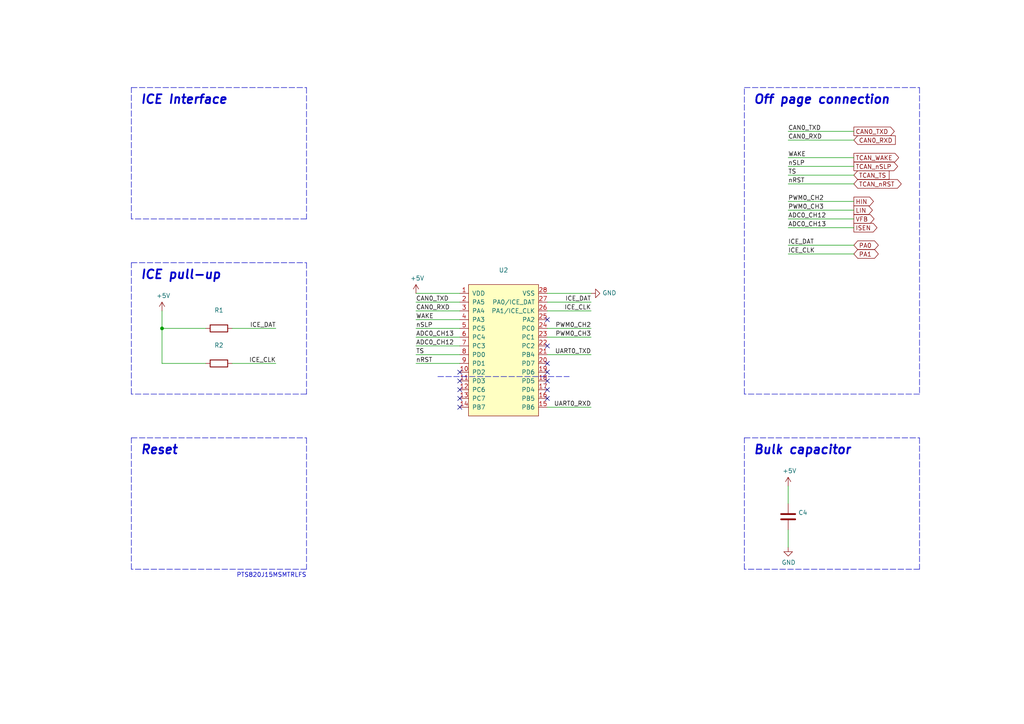
<source format=kicad_sch>
(kicad_sch (version 20211123) (generator eeschema)
  (paper "A4")
  (title_block (title "Multi purpose power converter module with CAN bus interface") (date "2022-09-07") (rev "0.1") (company "City Science Lab @ Taipei Tech /a cooperation with the MIT Media Lab") (comment 1 "DANCHOUZHOU") (comment 2 "https://github.com/danchouzhou") (comment 3 "danchouzhou@gmail.com"))
  (lib_symbols
    (symbol "Device:C" (pin_numbers hide) (pin_names (offset 0.254))
      (property "Reference" "C" (at 0.635 2.54 0))
      (property "Value" "C" (at 0.635 -2.54 0))
      (symbol "C_0_1"
        (polyline (pts (xy -2.032 -0.762) (xy 2.032 -0.762)) (stroke (width 0.508)))
        (polyline (pts (xy -2.032 0.762) (xy 2.032 0.762)) (stroke (width 0.508)))
      )
      (symbol "C_1_1"
        (pin passive line (at 0 3.81 270) (length 2.794) (name "~") (number "1"))
        (pin passive line (at 0 -3.81 90) (length 2.794) (name "~") (number "2"))
      )
    )
    (symbol "Device:R" (pin_numbers hide) (pin_names (offset 0))
      (property "Reference" "R" (at 2.032 0 90))
      (property "Value" "R" (at 0 0 90))
      (symbol "R_0_1"
        (rectangle (start -1.016 -2.54) (end 1.016 2.54) (stroke (width 0.254)))
      )
      (symbol "R_1_1"
        (pin passive line (at 0 3.81 270) (length 1.27) (name "~") (number "1"))
        (pin passive line (at 0 -3.81 90) (length 1.27) (name "~") (number "2"))
      )
    )
    (symbol "M0A21:M0A23EC1AC" (pin_names (offset 1.016))
      (property "Reference" "U" (at 0 22.86 0))
      (property "Value" "M0A23EC1AC" (at 0 20.32 0))
      (symbol "M0A23EC1AC_0_1"
        (rectangle (start -10.16 19.05) (end 10.16 -19.05) (fill (type background)))
      )
      (symbol "M0A23EC1AC_1_1"
        (pin power_in line (at -12.7 16.51 0) (length 2.54) (name "VDD") (number "1"))
        (pin bidirectional line (at -12.7 -6.35 0) (length 2.54) (name "PD2") (number "10"))
        (pin bidirectional line (at -12.7 -8.89 0) (length 2.54) (name "PD3") (number "11"))
        (pin bidirectional line (at -12.7 -11.43 0) (length 2.54) (name "PC6") (number "12"))
        (pin bidirectional line (at -12.7 -13.97 0) (length 2.54) (name "PC7") (number "13"))
        (pin bidirectional line (at -12.7 -16.51 0) (length 2.54) (name "PB7") (number "14"))
        (pin bidirectional line (at 12.7 -16.51 180) (length 2.54) (name "PB6") (number "15"))
        (pin bidirectional line (at 12.7 -13.97 180) (length 2.54) (name "PB5") (number "16"))
        (pin bidirectional line (at 12.7 -11.43 180) (length 2.54) (name "PD4") (number "17"))
        (pin bidirectional line (at 12.7 -8.89 180) (length 2.54) (name "PD5") (number "18"))
        (pin bidirectional line (at 12.7 -6.35 180) (length 2.54) (name "PD6") (number "19"))
        (pin bidirectional line (at -12.7 13.97 0) (length 2.54) (name "PA5") (number "2"))
        (pin bidirectional line (at 12.7 -3.81 180) (length 2.54) (name "PD7") (number "20"))
        (pin bidirectional line (at 12.7 -1.27 180) (length 2.54) (name "PB4") (number "21"))
        (pin bidirectional line (at 12.7 1.27 180) (length 2.54) (name "PC2") (number "22"))
        (pin bidirectional line (at 12.7 3.81 180) (length 2.54) (name "PC1") (number "23"))
        (pin bidirectional line (at 12.7 6.35 180) (length 2.54) (name "PC0") (number "24"))
        (pin bidirectional line (at 12.7 8.89 180) (length 2.54) (name "PA2") (number "25"))
        (pin bidirectional line (at 12.7 11.43 180) (length 2.54) (name "PA1/ICE_CLK") (number "26"))
        (pin bidirectional line (at 12.7 13.97 180) (length 2.54) (name "PA0/ICE_DAT") (number "27"))
        (pin power_in line (at 12.7 16.51 180) (length 2.54) (name "VSS") (number "28"))
        (pin bidirectional line (at -12.7 11.43 0) (length 2.54) (name "PA4") (number "3"))
        (pin bidirectional line (at -12.7 8.89 0) (length 2.54) (name "PA3") (number "4"))
        (pin bidirectional line (at -12.7 6.35 0) (length 2.54) (name "PC5") (number "5"))
        (pin bidirectional line (at -12.7 3.81 0) (length 2.54) (name "PC4") (number "6"))
        (pin bidirectional line (at -12.7 1.27 0) (length 2.54) (name "PC3") (number "7"))
        (pin bidirectional line (at -12.7 -1.27 0) (length 2.54) (name "PD0") (number "8"))
        (pin bidirectional line (at -12.7 -3.81 0) (length 2.54) (name "PD1") (number "9"))
      )
    )
    (symbol "power:+5V" (power) (pin_names (offset 0))
      (property "Value" "+5V" (at 0 3.556 0))
      (symbol "+5V_0_1"
        (polyline (pts (xy -0.762 1.27) (xy 0 2.54)))
        (polyline (pts (xy 0 0) (xy 0 2.54)))
        (polyline (pts (xy 0 2.54) (xy 0.762 1.27)))
      )
      (symbol "+5V_1_1"
        (pin power_in line (at 0 0 90) (length 0) hide (name "+5V") (number "1"))
      )
    )
    (symbol "power:GND" (power) (pin_names (offset 0))
      (property "Value" "GND" (at 0 -3.81 0))
      (symbol "GND_0_1"
        (polyline (pts (xy 0 0) (xy 0 -1.27) (xy 1.27 -1.27) (xy 0 -2.54) (xy -1.27 -1.27) (xy 0 -1.27)))
      )
      (symbol "GND_1_1"
        (pin power_in line (at 0 0 270) (length 0) hide (name "GND") (number "1"))
      )
    )
  )
  (junction (at 46.99 95.25))
  (no_connect (at 133.35 115.57))
  (no_connect (at 158.75 100.33))
  (no_connect (at 133.35 113.03))
  (no_connect (at 158.75 107.95))
  (no_connect (at 133.35 110.49))
  (no_connect (at 158.75 105.41))
  (no_connect (at 158.75 110.49))
  (no_connect (at 158.75 113.03))
  (no_connect (at 158.75 115.57))
  (no_connect (at 133.35 107.95))
  (no_connect (at 158.75 92.71))
  (no_connect (at 133.35 118.11))
  (wire (pts (xy 228.6 140.97) (xy 228.6 146.05)))
  (wire (pts (xy 171.45 90.17) (xy 158.75 90.17)))
  (polyline (pts (xy 266.7 127) (xy 266.7 165.1)))
  (polyline (pts (xy 266.7 25.4) (xy 266.7 114.3)))
  (wire (pts (xy 120.65 97.79) (xy 133.35 97.79)))
  (polyline (pts (xy 88.9 76.2) (xy 88.9 114.3)))
  (wire (pts (xy 120.65 102.87) (xy 133.35 102.87)))
  (wire (pts (xy 228.6 45.72) (xy 247.65 45.72)))
  (wire (pts (xy 171.45 95.25) (xy 158.75 95.25)))
  (polyline (pts (xy 266.7 165.1) (xy 215.9 165.1)))
  (wire (pts (xy 80.01 105.41) (xy 67.31 105.41)))
  (wire (pts (xy 120.65 90.17) (xy 133.35 90.17)))
  (polyline (pts (xy 215.9 114.3) (xy 215.9 25.4)))
  (wire (pts (xy 228.6 66.04) (xy 247.65 66.04)))
  (polyline (pts (xy 88.9 25.4) (xy 88.9 63.5)))
  (polyline (pts (xy 38.1 165.1) (xy 38.1 127)))
  (wire (pts (xy 46.99 95.25) (xy 46.99 105.41)))
  (polyline (pts (xy 38.1 127) (xy 88.9 127)))
  (wire (pts (xy 228.6 50.8) (xy 247.65 50.8)))
  (wire (pts (xy 228.6 40.64) (xy 247.65 40.64)))
  (polyline (pts (xy 88.9 127) (xy 88.9 165.1)))
  (polyline (pts (xy 266.7 114.3) (xy 215.9 114.3)))
  (wire (pts (xy 228.6 63.5) (xy 247.65 63.5)))
  (polyline (pts (xy 38.1 76.2) (xy 88.9 76.2)))
  (polyline (pts (xy 88.9 165.1) (xy 38.1 165.1)))
  (wire (pts (xy 80.01 95.25) (xy 67.31 95.25)))
  (polyline (pts (xy 38.1 63.5) (xy 38.1 25.4)))
  (wire (pts (xy 158.75 85.09) (xy 171.45 85.09)))
  (wire (pts (xy 228.6 158.75) (xy 228.6 153.67)))
  (wire (pts (xy 228.6 53.34) (xy 247.65 53.34)))
  (polyline (pts (xy 215.9 25.4) (xy 266.7 25.4)))
  (wire (pts (xy 158.75 118.11) (xy 171.45 118.11)))
  (wire (pts (xy 120.65 100.33) (xy 133.35 100.33)))
  (wire (pts (xy 120.65 87.63) (xy 133.35 87.63)))
  (wire (pts (xy 228.6 71.12) (xy 247.65 71.12)))
  (polyline (pts (xy 215.9 165.1) (xy 215.9 127)))
  (wire (pts (xy 228.6 38.1) (xy 247.65 38.1)))
  (wire (pts (xy 228.6 60.96) (xy 247.65 60.96)))
  (polyline (pts (xy 38.1 114.3) (xy 38.1 76.2)))
  (wire (pts (xy 46.99 105.41) (xy 59.69 105.41)))
  (wire (pts (xy 158.75 87.63) (xy 171.45 87.63)))
  (wire (pts (xy 120.65 85.09) (xy 133.35 85.09)))
  (wire (pts (xy 120.65 92.71) (xy 133.35 92.71)))
  (wire (pts (xy 171.45 97.79) (xy 158.75 97.79)))
  (wire (pts (xy 228.6 48.26) (xy 247.65 48.26)))
  (polyline (pts (xy 127 109.22) (xy 165.1 109.22)))
  (polyline (pts (xy 88.9 63.5) (xy 38.1 63.5)))
  (polyline (pts (xy 88.9 114.3) (xy 38.1 114.3)))
  (wire (pts (xy 228.6 73.66) (xy 247.65 73.66)))
  (wire (pts (xy 46.99 90.17) (xy 46.99 95.25)))
  (wire (pts (xy 120.65 95.25) (xy 133.35 95.25)))
  (wire (pts (xy 228.6 58.42) (xy 247.65 58.42)))
  (wire (pts (xy 120.65 105.41) (xy 133.35 105.41)))
  (polyline (pts (xy 215.9 127) (xy 266.7 127)))
  (wire (pts (xy 46.99 95.25) (xy 59.69 95.25)))
  (polyline (pts (xy 38.1 25.4) (xy 88.9 25.4)))
  (wire (pts (xy 158.75 102.87) (xy 171.45 102.87)))
  (text "Off page connection" (at 218.44 30.48 0) (effects (font (size 2.54 2.54) (thickness 0.508) bold italic) (justify left bottom)))
  (text "Reset" (at 40.64 132.08 0) (effects (font (size 2.54 2.54) (thickness 0.508) bold italic) (justify left bottom)))
  (text "PTS820J15MSMTRLFS" (at 68.58 167.64 0) (effects (font (size 1.27 1.27)) (justify left bottom)))
  (text "Bulk capacitor" (at 218.44 132.08 0) (effects (font (size 2.54 2.54) (thickness 0.508) bold italic) (justify left bottom)))
  (text "ICE pull-up" (at 40.64 81.28 0) (effects (font (size 2.54 2.54) (thickness 0.508) bold italic) (justify left bottom)))
  (text "ICE Interface" (at 40.64 30.48 0) (effects (font (size 2.54 2.54) (thickness 0.508) bold italic) (justify left bottom)))
  (label "ADC0_CH12" (at 120.65 100.33 0))
  (label "ADC0_CH13" (at 120.65 97.79 0))
  (label "CAN0_RXD" (at 228.6 40.64 0))
  (label "ICE_CLK" (at 80.01 105.41 180))
  (label "PWM0_CH3" (at 228.6 60.96 0))
  (label "nSLP" (at 120.65 95.25 0))
  (label "WAKE" (at 120.65 92.71 0))
  (label "ADC0_CH12" (at 228.6 63.5 0))
  (label "ICE_CLK" (at 228.6 73.66 0))
  (label "ADC0_CH13" (at 228.6 66.04 0))
  (label "ICE_CLK" (at 171.45 90.17 180))
  (label "PWM0_CH3" (at 171.45 97.79 180))
  (label "CAN0_RXD" (at 120.65 90.17 0))
  (label "TS" (at 120.65 102.87 0))
  (label "nRST" (at 120.65 105.41 0))
  (label "TS" (at 228.6 50.8 0))
  (label "UART0_RXD" (at 171.45 118.11 180))
  (label "CAN0_TXD" (at 120.65 87.63 0))
  (label "UART0_TXD" (at 171.45 102.87 180))
  (label "PWM0_CH2" (at 228.6 58.42 0))
  (label "nRST" (at 228.6 53.34 0))
  (label "ICE_DAT" (at 80.01 95.25 180))
  (label "PWM0_CH2" (at 171.45 95.25 180))
  (label "WAKE" (at 228.6 45.72 0))
  (label "ICE_DAT" (at 228.6 71.12 0))
  (label "ICE_DAT" (at 171.45 87.63 180))
  (label "nSLP" (at 228.6 48.26 0))
  (label "CAN0_TXD" (at 228.6 38.1 0))
  (global_label "LIN" (shape output) (at 247.65 60.96 0) (property "Intersheet References" "${INTERSHEET_REFS}" (effects hide)))
  (global_label "HIN" (shape output) (at 247.65 58.42 0) (property "Intersheet References" "${INTERSHEET_REFS}" (effects hide)))
  (global_label "ISEN" (shape output) (at 247.65 66.04 0) (property "Intersheet References" "${INTERSHEET_REFS}" (effects hide)))
  (global_label "CAN0_TXD" (shape output) (at 247.65 38.1 0) (property "Intersheet References" "${INTERSHEET_REFS}" (effects hide)))
  (global_label "TCAN_nRST" (shape bidirectional) (at 247.65 53.34 0) (property "Intersheet References" "${INTERSHEET_REFS}" (effects hide)))
  (global_label "PA1" (shape bidirectional) (at 247.65 73.66 0) (property "Intersheet References" "${INTERSHEET_REFS}" (effects hide)))
  (global_label "VFB" (shape output) (at 247.65 63.5 0) (property "Intersheet References" "${INTERSHEET_REFS}" (effects hide)))
  (global_label "TCAN_nSLP" (shape output) (at 247.65 48.26 0) (property "Intersheet References" "${INTERSHEET_REFS}" (effects hide)))
  (global_label "CAN0_RXD" (shape input) (at 247.65 40.64 0) (property "Intersheet References" "${INTERSHEET_REFS}" (effects hide)))
  (global_label "PA0" (shape bidirectional) (at 247.65 71.12 0) (property "Intersheet References" "${INTERSHEET_REFS}" (effects hide)))
  (global_label "TCAN_TS" (shape input) (at 247.65 50.8 0) (property "Intersheet References" "${INTERSHEET_REFS}" (effects hide)))
  (global_label "TCAN_WAKE" (shape output) (at 247.65 45.72 0) (property "Intersheet References" "${INTERSHEET_REFS}" (effects hide)))
  (symbol (lib_id "M0A21:M0A23EC1AC") (at 146.05 101.6 0) (unit 1)
    (property "Reference" "U2" (at 146.05 78.359 0))
    (property "Manufacturer" "Nuvoton" (effects hide))
    (property "PN" "M0A23EC1AC" (effects hide))
    (property "Vendor" "TECHDesign" (effects hide))
  )
  (symbol (lib_id "power:GND") (at 171.45 85.09 90) (unit 1)
    (property "Reference" "#PWR015" (effects hide))
  )
  (symbol (lib_id "power:+5V") (at 120.65 85.09 0) (unit 1)
    (property "Reference" "#PWR014" (effects hide))
  )
  (symbol (lib_id "Device:C") (at 228.6 149.86 0) (unit 1)
    (property "Reference" "C4" (at 231.521 148.6916 0) (effects (justify left)))
    (property "Manufacturer" "Yageo" (effects hide))
    (property "PN" "CC0603KRX7R7BB104" (effects hide))
    (property "Vendor" "Mouser" (effects hide))
  )
  (symbol (lib_id "power:+5V") (at 228.6 140.97 0) (unit 1)
    (property "Reference" "#PWR016" (effects hide))
  )
  (symbol (lib_id "power:GND") (at 228.6 158.75 0) (unit 1)
    (property "Reference" "#PWR017" (effects hide))
  )
  (symbol (lib_id "Device:R") (at 63.5 95.25 270) (unit 1)
    (property "Reference" "R1" (at 63.5 89.9922 90))
    (property "Vendor" "Mouser" (effects hide))
    (property "Manufacturer" "Walsin" (effects hide))
    (property "PN" "MR06X1003FTL" (effects hide))
  )
  (symbol (lib_id "Device:R") (at 63.5 105.41 270) (unit 1)
    (property "Reference" "R2" (at 63.5 100.1522 90))
    (property "Vendor" "Mouser" (effects hide))
    (property "Manufacturer" "Walsin" (effects hide))
    (property "PN" "MR06X1003FTL" (effects hide))
  )
  (symbol (lib_id "power:+5V") (at 46.99 90.17 0) (unit 1)
    (property "Reference" "#PWR011" (effects hide))
  )
)
</source>
